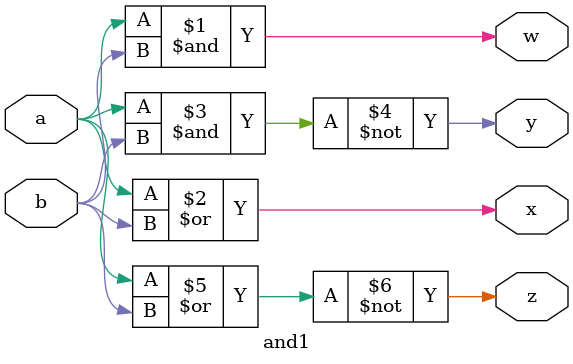
<source format=v>
module and1(input wire a,b,output wire w, x, y, z);
assign w=a&b;
assign x=a|b;
assign y=~(a&b);
assign z=~(a|b);
endmodule

</source>
